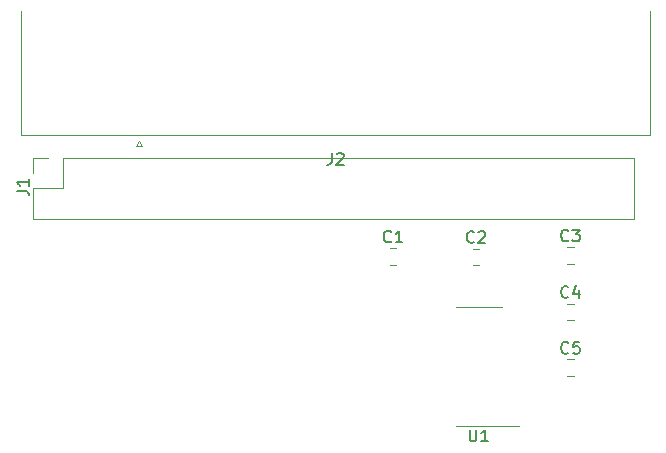
<source format=gbr>
G04 #@! TF.GenerationSoftware,KiCad,Pcbnew,(5.1.5-0-10_14)*
G04 #@! TF.CreationDate,2021-04-03T11:55:27+11:00*
G04 #@! TF.ProjectId,Pi_Zero_RS232_DB25_Hat,50695f5a-6572-46f5-9f52-533233325f44,rev?*
G04 #@! TF.SameCoordinates,Original*
G04 #@! TF.FileFunction,Legend,Top*
G04 #@! TF.FilePolarity,Positive*
%FSLAX46Y46*%
G04 Gerber Fmt 4.6, Leading zero omitted, Abs format (unit mm)*
G04 Created by KiCad (PCBNEW (5.1.5-0-10_14)) date 2021-04-03 11:55:27*
%MOMM*%
%LPD*%
G04 APERTURE LIST*
%ADD10C,0.120000*%
%ADD11C,0.150000*%
G04 APERTURE END LIST*
D10*
X63924548Y-76506000D02*
X64447052Y-76506000D01*
X63924548Y-77926000D02*
X64447052Y-77926000D01*
X70934948Y-76556800D02*
X71457452Y-76556800D01*
X70934948Y-77976800D02*
X71457452Y-77976800D01*
X78935948Y-77849800D02*
X79458452Y-77849800D01*
X78935948Y-76429800D02*
X79458452Y-76429800D01*
X78935948Y-82625000D02*
X79458452Y-82625000D01*
X78935948Y-81205000D02*
X79458452Y-81205000D01*
X78935948Y-85929400D02*
X79458452Y-85929400D01*
X78935948Y-87349400D02*
X79458452Y-87349400D01*
X33658500Y-74037500D02*
X33658500Y-71437500D01*
X33658500Y-74037500D02*
X84578500Y-74037500D01*
X84578500Y-74037500D02*
X84578500Y-68837500D01*
X36258500Y-68837500D02*
X84578500Y-68837500D01*
X36258500Y-71437500D02*
X36258500Y-68837500D01*
X33658500Y-71437500D02*
X36258500Y-71437500D01*
X33658500Y-68837500D02*
X34988500Y-68837500D01*
X33658500Y-70167500D02*
X33658500Y-68837500D01*
X85927400Y-56465800D02*
X85927400Y-66945800D01*
X85927400Y-66945800D02*
X32707400Y-66945800D01*
X32707400Y-66945800D02*
X32707400Y-56465800D01*
X42947400Y-67840138D02*
X42447400Y-67840138D01*
X42447400Y-67840138D02*
X42697400Y-67407125D01*
X42697400Y-67407125D02*
X42947400Y-67840138D01*
X71424800Y-81452400D02*
X69474800Y-81452400D01*
X71424800Y-81452400D02*
X73374800Y-81452400D01*
X71424800Y-91572400D02*
X69474800Y-91572400D01*
X71424800Y-91572400D02*
X74874800Y-91572400D01*
D11*
X64019133Y-75923142D02*
X63971514Y-75970761D01*
X63828657Y-76018380D01*
X63733419Y-76018380D01*
X63590561Y-75970761D01*
X63495323Y-75875523D01*
X63447704Y-75780285D01*
X63400085Y-75589809D01*
X63400085Y-75446952D01*
X63447704Y-75256476D01*
X63495323Y-75161238D01*
X63590561Y-75066000D01*
X63733419Y-75018380D01*
X63828657Y-75018380D01*
X63971514Y-75066000D01*
X64019133Y-75113619D01*
X64971514Y-76018380D02*
X64400085Y-76018380D01*
X64685800Y-76018380D02*
X64685800Y-75018380D01*
X64590561Y-75161238D01*
X64495323Y-75256476D01*
X64400085Y-75304095D01*
X71029533Y-75973942D02*
X70981914Y-76021561D01*
X70839057Y-76069180D01*
X70743819Y-76069180D01*
X70600961Y-76021561D01*
X70505723Y-75926323D01*
X70458104Y-75831085D01*
X70410485Y-75640609D01*
X70410485Y-75497752D01*
X70458104Y-75307276D01*
X70505723Y-75212038D01*
X70600961Y-75116800D01*
X70743819Y-75069180D01*
X70839057Y-75069180D01*
X70981914Y-75116800D01*
X71029533Y-75164419D01*
X71410485Y-75164419D02*
X71458104Y-75116800D01*
X71553342Y-75069180D01*
X71791438Y-75069180D01*
X71886676Y-75116800D01*
X71934295Y-75164419D01*
X71981914Y-75259657D01*
X71981914Y-75354895D01*
X71934295Y-75497752D01*
X71362866Y-76069180D01*
X71981914Y-76069180D01*
X79030533Y-75846942D02*
X78982914Y-75894561D01*
X78840057Y-75942180D01*
X78744819Y-75942180D01*
X78601961Y-75894561D01*
X78506723Y-75799323D01*
X78459104Y-75704085D01*
X78411485Y-75513609D01*
X78411485Y-75370752D01*
X78459104Y-75180276D01*
X78506723Y-75085038D01*
X78601961Y-74989800D01*
X78744819Y-74942180D01*
X78840057Y-74942180D01*
X78982914Y-74989800D01*
X79030533Y-75037419D01*
X79363866Y-74942180D02*
X79982914Y-74942180D01*
X79649580Y-75323133D01*
X79792438Y-75323133D01*
X79887676Y-75370752D01*
X79935295Y-75418371D01*
X79982914Y-75513609D01*
X79982914Y-75751704D01*
X79935295Y-75846942D01*
X79887676Y-75894561D01*
X79792438Y-75942180D01*
X79506723Y-75942180D01*
X79411485Y-75894561D01*
X79363866Y-75846942D01*
X79030533Y-80622142D02*
X78982914Y-80669761D01*
X78840057Y-80717380D01*
X78744819Y-80717380D01*
X78601961Y-80669761D01*
X78506723Y-80574523D01*
X78459104Y-80479285D01*
X78411485Y-80288809D01*
X78411485Y-80145952D01*
X78459104Y-79955476D01*
X78506723Y-79860238D01*
X78601961Y-79765000D01*
X78744819Y-79717380D01*
X78840057Y-79717380D01*
X78982914Y-79765000D01*
X79030533Y-79812619D01*
X79887676Y-80050714D02*
X79887676Y-80717380D01*
X79649580Y-79669761D02*
X79411485Y-80384047D01*
X80030533Y-80384047D01*
X79030533Y-85346542D02*
X78982914Y-85394161D01*
X78840057Y-85441780D01*
X78744819Y-85441780D01*
X78601961Y-85394161D01*
X78506723Y-85298923D01*
X78459104Y-85203685D01*
X78411485Y-85013209D01*
X78411485Y-84870352D01*
X78459104Y-84679876D01*
X78506723Y-84584638D01*
X78601961Y-84489400D01*
X78744819Y-84441780D01*
X78840057Y-84441780D01*
X78982914Y-84489400D01*
X79030533Y-84537019D01*
X79935295Y-84441780D02*
X79459104Y-84441780D01*
X79411485Y-84917971D01*
X79459104Y-84870352D01*
X79554342Y-84822733D01*
X79792438Y-84822733D01*
X79887676Y-84870352D01*
X79935295Y-84917971D01*
X79982914Y-85013209D01*
X79982914Y-85251304D01*
X79935295Y-85346542D01*
X79887676Y-85394161D01*
X79792438Y-85441780D01*
X79554342Y-85441780D01*
X79459104Y-85394161D01*
X79411485Y-85346542D01*
X32319980Y-71656533D02*
X33034266Y-71656533D01*
X33177123Y-71704152D01*
X33272361Y-71799390D01*
X33319980Y-71942247D01*
X33319980Y-72037485D01*
X33319980Y-70656533D02*
X33319980Y-71227961D01*
X33319980Y-70942247D02*
X32319980Y-70942247D01*
X32462838Y-71037485D01*
X32558076Y-71132723D01*
X32605695Y-71227961D01*
X58984066Y-68464180D02*
X58984066Y-69178466D01*
X58936447Y-69321323D01*
X58841209Y-69416561D01*
X58698352Y-69464180D01*
X58603114Y-69464180D01*
X59412638Y-68559419D02*
X59460257Y-68511800D01*
X59555495Y-68464180D01*
X59793590Y-68464180D01*
X59888828Y-68511800D01*
X59936447Y-68559419D01*
X59984066Y-68654657D01*
X59984066Y-68749895D01*
X59936447Y-68892752D01*
X59365019Y-69464180D01*
X59984066Y-69464180D01*
X70662895Y-91864780D02*
X70662895Y-92674304D01*
X70710514Y-92769542D01*
X70758133Y-92817161D01*
X70853371Y-92864780D01*
X71043847Y-92864780D01*
X71139085Y-92817161D01*
X71186704Y-92769542D01*
X71234323Y-92674304D01*
X71234323Y-91864780D01*
X72234323Y-92864780D02*
X71662895Y-92864780D01*
X71948609Y-92864780D02*
X71948609Y-91864780D01*
X71853371Y-92007638D01*
X71758133Y-92102876D01*
X71662895Y-92150495D01*
M02*

</source>
